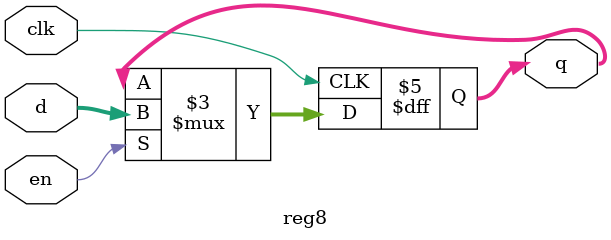
<source format=v>
module reg8 (
	input 					clk,
	input						en,
	input 		[7:0]	   d,
	output reg	[7:0]	   q
   );
   
   initial q = 0;
	
	always @(posedge clk)
		if (en)
			q <= d;
			
endmodule

</source>
